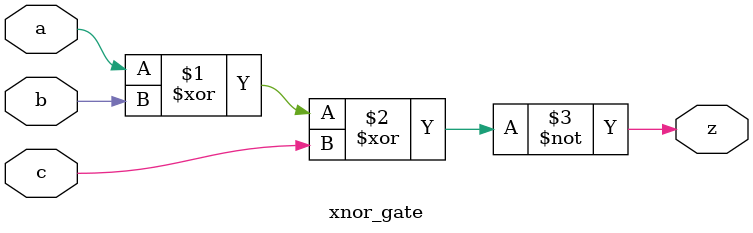
<source format=sv>
module top_module (
	input clk,
	input x,
	output z
);
	reg [2:0] flip_flops;
	wire [2:0] flip_flop_outputs;
	wire z;
	
	xor_gate xor_gate_inst (.a(flip_flops[0]), .b(x), .z(flip_flop_outputs[0]));
	and_gate and_gate_inst (.a(flip_flops[1]), .b(~flip_flops[1]), .z(flip_flop_outputs[1]));
	or_gate or_gate_inst (.a(flip_flops[2]), .b(~flip_flops[2]), .z(flip_flop_outputs[2]));
	xnor_gate xnor_gate_inst (.a(flip_flop_outputs[0]), .b(flip_flop_outputs[1]), .c(flip_flop_outputs[2]), .z(z));
	
	always @(posedge clk) begin
		flip_flops <= x;
	end
endmodule
module xor_gate (
	input a,
	input b,
	output z
);
	assign z = a ^ b;
endmodule
module and_gate (
	input a,
	input b,
	output z
);
	assign z = a & b;
endmodule
module or_gate (
	input a,
	input b,
	output z
);
	assign z = a | b;
endmodule
module xnor_gate (
	input a,
	input b,
	input c,
	output z
);
	assign z = ~(a ^ b ^ c);
endmodule

</source>
